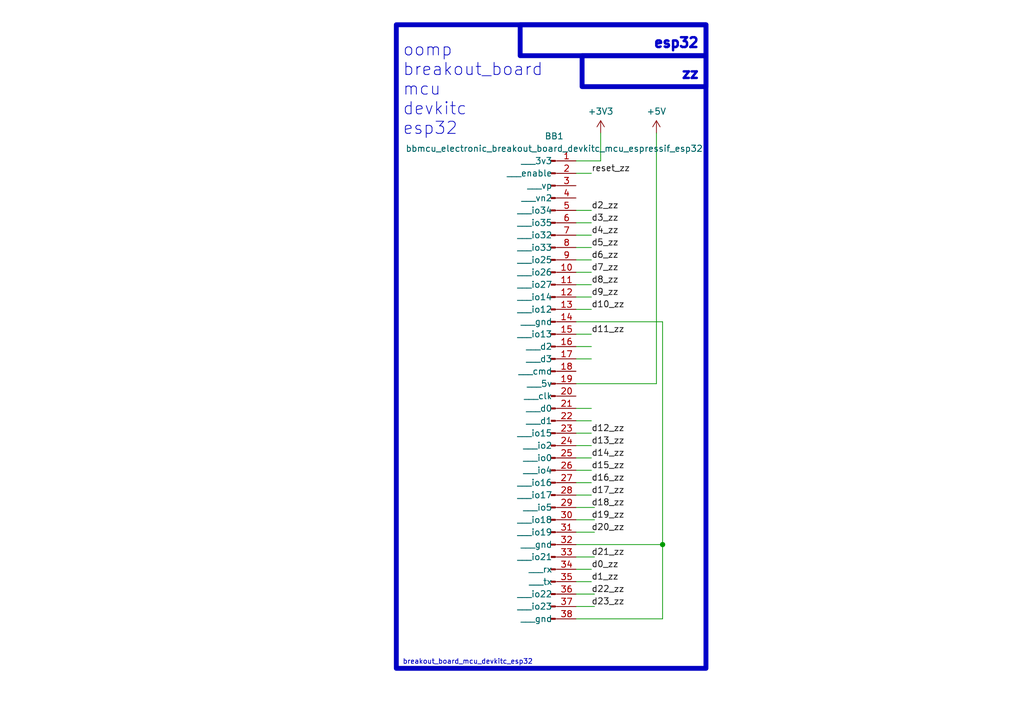
<source format=kicad_sch>
(kicad_sch (version 20230121) (generator eeschema)
  (paper "A5")
  (lib_symbols
    (symbol "oomlout_oomp_part_symbols:bbmcu_electronic_breakout_board_devkitc_mcu_espressif_esp32" (pin_names (offset 1.016))
      (property "Reference" "BB" (at 0 48.26 0))
      (property "Value" "bbmcu_electronic_breakout_board_devkitc_mcu_espressif_esp32" (at 0 -50.8 0))
      (symbol "bbmcu_electronic_breakout_board_devkitc_mcu_espressif_esp32_1_1"
        (polyline (pts (xy 1.27 -48.26) (xy 0.8636 -48.26)) (stroke (width 0.1524)))
        (polyline (pts (xy 1.27 -45.72) (xy 0.8636 -45.72)) (stroke (width 0.1524)))
        (polyline (pts (xy 1.27 -43.18) (xy 0.8636 -43.18)) (stroke (width 0.1524)))
        (polyline (pts (xy 1.27 -40.64) (xy 0.8636 -40.64)) (stroke (width 0.1524)))
        (polyline (pts (xy 1.27 -38.1) (xy 0.8636 -38.1)) (stroke (width 0.1524)))
        (polyline (pts (xy 1.27 -35.56) (xy 0.8636 -35.56)) (stroke (width 0.1524)))
        (polyline (pts (xy 1.27 -33.02) (xy 0.8636 -33.02)) (stroke (width 0.1524)))
        (polyline (pts (xy 1.27 -30.48) (xy 0.8636 -30.48)) (stroke (width 0.1524)))
        (polyline (pts (xy 1.27 -27.94) (xy 0.8636 -27.94)) (stroke (width 0.1524)))
        (polyline (pts (xy 1.27 -25.4) (xy 0.8636 -25.4)) (stroke (width 0.1524)))
        (polyline (pts (xy 1.27 -22.86) (xy 0.8636 -22.86)) (stroke (width 0.1524)))
        (polyline (pts (xy 1.27 -20.32) (xy 0.8636 -20.32)) (stroke (width 0.1524)))
        (polyline (pts (xy 1.27 -17.78) (xy 0.8636 -17.78)) (stroke (width 0.1524)))
        (polyline (pts (xy 1.27 -15.24) (xy 0.8636 -15.24)) (stroke (width 0.1524)))
        (polyline (pts (xy 1.27 -12.7) (xy 0.8636 -12.7)) (stroke (width 0.1524)))
        (polyline (pts (xy 1.27 -10.16) (xy 0.8636 -10.16)) (stroke (width 0.1524)))
        (polyline (pts (xy 1.27 -7.62) (xy 0.8636 -7.62)) (stroke (width 0.1524)))
        (polyline (pts (xy 1.27 -5.08) (xy 0.8636 -5.08)) (stroke (width 0.1524)))
        (polyline (pts (xy 1.27 -2.54) (xy 0.8636 -2.54)) (stroke (width 0.1524)))
        (polyline (pts (xy 1.27 0) (xy 0.8636 0)) (stroke (width 0.1524)))
        (polyline (pts (xy 1.27 2.54) (xy 0.8636 2.54)) (stroke (width 0.1524)))
        (polyline (pts (xy 1.27 5.08) (xy 0.8636 5.08)) (stroke (width 0.1524)))
        (polyline (pts (xy 1.27 7.62) (xy 0.8636 7.62)) (stroke (width 0.1524)))
        (polyline (pts (xy 1.27 10.16) (xy 0.8636 10.16)) (stroke (width 0.1524)))
        (polyline (pts (xy 1.27 12.7) (xy 0.8636 12.7)) (stroke (width 0.1524)))
        (polyline (pts (xy 1.27 15.24) (xy 0.8636 15.24)) (stroke (width 0.1524)))
        (polyline (pts (xy 1.27 17.78) (xy 0.8636 17.78)) (stroke (width 0.1524)))
        (polyline (pts (xy 1.27 20.32) (xy 0.8636 20.32)) (stroke (width 0.1524)))
        (polyline (pts (xy 1.27 22.86) (xy 0.8636 22.86)) (stroke (width 0.1524)))
        (polyline (pts (xy 1.27 25.4) (xy 0.8636 25.4)) (stroke (width 0.1524)))
        (polyline (pts (xy 1.27 27.94) (xy 0.8636 27.94)) (stroke (width 0.1524)))
        (polyline (pts (xy 1.27 30.48) (xy 0.8636 30.48)) (stroke (width 0.1524)))
        (polyline (pts (xy 1.27 33.02) (xy 0.8636 33.02)) (stroke (width 0.1524)))
        (polyline (pts (xy 1.27 35.56) (xy 0.8636 35.56)) (stroke (width 0.1524)))
        (polyline (pts (xy 1.27 38.1) (xy 0.8636 38.1)) (stroke (width 0.1524)))
        (polyline (pts (xy 1.27 40.64) (xy 0.8636 40.64)) (stroke (width 0.1524)))
        (polyline (pts (xy 1.27 43.18) (xy 0.8636 43.18)) (stroke (width 0.1524)))
        (polyline (pts (xy 1.27 45.72) (xy 0.8636 45.72)) (stroke (width 0.1524)))
        (rectangle (start 0.8636 -48.133) (end 0 -48.387) (stroke (width 0.1524)) (fill (type outline)))
        (rectangle (start 0.8636 -45.593) (end 0 -45.847) (stroke (width 0.1524)) (fill (type outline)))
        (rectangle (start 0.8636 -43.053) (end 0 -43.307) (stroke (width 0.1524)) (fill (type outline)))
        (rectangle (start 0.8636 -40.513) (end 0 -40.767) (stroke (width 0.1524)) (fill (type outline)))
        (rectangle (start 0.8636 -37.973) (end 0 -38.227) (stroke (width 0.1524)) (fill (type outline)))
        (rectangle (start 0.8636 -35.433) (end 0 -35.687) (stroke (width 0.1524)) (fill (type outline)))
        (rectangle (start 0.8636 -32.893) (end 0 -33.147) (stroke (width 0.1524)) (fill (type outline)))
        (rectangle (start 0.8636 -30.353) (end 0 -30.607) (stroke (width 0.1524)) (fill (type outline)))
        (rectangle (start 0.8636 -27.813) (end 0 -28.067) (stroke (width 0.1524)) (fill (type outline)))
        (rectangle (start 0.8636 -25.273) (end 0 -25.527) (stroke (width 0.1524)) (fill (type outline)))
        (rectangle (start 0.8636 -22.733) (end 0 -22.987) (stroke (width 0.1524)) (fill (type outline)))
        (rectangle (start 0.8636 -20.193) (end 0 -20.447) (stroke (width 0.1524)) (fill (type outline)))
        (rectangle (start 0.8636 -17.653) (end 0 -17.907) (stroke (width 0.1524)) (fill (type outline)))
        (rectangle (start 0.8636 -15.113) (end 0 -15.367) (stroke (width 0.1524)) (fill (type outline)))
        (rectangle (start 0.8636 -12.573) (end 0 -12.827) (stroke (width 0.1524)) (fill (type outline)))
        (rectangle (start 0.8636 -10.033) (end 0 -10.287) (stroke (width 0.1524)) (fill (type outline)))
        (rectangle (start 0.8636 -7.493) (end 0 -7.747) (stroke (width 0.1524)) (fill (type outline)))
        (rectangle (start 0.8636 -4.953) (end 0 -5.207) (stroke (width 0.1524)) (fill (type outline)))
        (rectangle (start 0.8636 -2.413) (end 0 -2.667) (stroke (width 0.1524)) (fill (type outline)))
        (rectangle (start 0.8636 0.127) (end 0 -0.127) (stroke (width 0.1524)) (fill (type outline)))
        (rectangle (start 0.8636 2.667) (end 0 2.413) (stroke (width 0.1524)) (fill (type outline)))
        (rectangle (start 0.8636 5.207) (end 0 4.953) (stroke (width 0.1524)) (fill (type outline)))
        (rectangle (start 0.8636 7.747) (end 0 7.493) (stroke (width 0.1524)) (fill (type outline)))
        (rectangle (start 0.8636 10.287) (end 0 10.033) (stroke (width 0.1524)) (fill (type outline)))
        (rectangle (start 0.8636 12.827) (end 0 12.573) (stroke (width 0.1524)) (fill (type outline)))
        (rectangle (start 0.8636 15.367) (end 0 15.113) (stroke (width 0.1524)) (fill (type outline)))
        (rectangle (start 0.8636 17.907) (end 0 17.653) (stroke (width 0.1524)) (fill (type outline)))
        (rectangle (start 0.8636 20.447) (end 0 20.193) (stroke (width 0.1524)) (fill (type outline)))
        (rectangle (start 0.8636 22.987) (end 0 22.733) (stroke (width 0.1524)) (fill (type outline)))
        (rectangle (start 0.8636 25.527) (end 0 25.273) (stroke (width 0.1524)) (fill (type outline)))
        (rectangle (start 0.8636 28.067) (end 0 27.813) (stroke (width 0.1524)) (fill (type outline)))
        (rectangle (start 0.8636 30.607) (end 0 30.353) (stroke (width 0.1524)) (fill (type outline)))
        (rectangle (start 0.8636 33.147) (end 0 32.893) (stroke (width 0.1524)) (fill (type outline)))
        (rectangle (start 0.8636 35.687) (end 0 35.433) (stroke (width 0.1524)) (fill (type outline)))
        (rectangle (start 0.8636 38.227) (end 0 37.973) (stroke (width 0.1524)) (fill (type outline)))
        (rectangle (start 0.8636 40.767) (end 0 40.513) (stroke (width 0.1524)) (fill (type outline)))
        (rectangle (start 0.8636 43.307) (end 0 43.053) (stroke (width 0.1524)) (fill (type outline)))
        (rectangle (start 0.8636 45.847) (end 0 45.593) (stroke (width 0.1524)) (fill (type outline)))
        (pin passive line (at 5.08 45.72 180) (length 3.81) (name "___3v3") (number "1"))
        (pin passive line (at 5.08 22.86 180) (length 3.81) (name "___io26") (number "10"))
        (pin passive line (at 5.08 20.32 180) (length 3.81) (name "___io27") (number "11"))
        (pin passive line (at 5.08 17.78 180) (length 3.81) (name "___io14") (number "12"))
        (pin passive line (at 5.08 15.24 180) (length 3.81) (name "___io12") (number "13"))
        (pin passive line (at 5.08 12.7 180) (length 3.81) (name "___gnd") (number "14"))
        (pin passive line (at 5.08 10.16 180) (length 3.81) (name "___io13") (number "15"))
        (pin passive line (at 5.08 7.62 180) (length 3.81) (name "___d2") (number "16"))
        (pin passive line (at 5.08 5.08 180) (length 3.81) (name "___d3") (number "17"))
        (pin passive line (at 5.08 2.54 180) (length 3.81) (name "___cmd") (number "18"))
        (pin passive line (at 5.08 0 180) (length 3.81) (name "___5v") (number "19"))
        (pin passive line (at 5.08 43.18 180) (length 3.81) (name "___enable") (number "2"))
        (pin passive line (at 5.08 -2.54 180) (length 3.81) (name "___clk") (number "20"))
        (pin passive line (at 5.08 -5.08 180) (length 3.81) (name "___d0") (number "21"))
        (pin passive line (at 5.08 -7.62 180) (length 3.81) (name "___d1") (number "22"))
        (pin passive line (at 5.08 -10.16 180) (length 3.81) (name "___io15") (number "23"))
        (pin passive line (at 5.08 -12.7 180) (length 3.81) (name "___io2") (number "24"))
        (pin passive line (at 5.08 -15.24 180) (length 3.81) (name "___io0") (number "25"))
        (pin passive line (at 5.08 -17.78 180) (length 3.81) (name "___io4") (number "26"))
        (pin passive line (at 5.08 -20.32 180) (length 3.81) (name "___io16") (number "27"))
        (pin passive line (at 5.08 -22.86 180) (length 3.81) (name "___io17") (number "28"))
        (pin passive line (at 5.08 -25.4 180) (length 3.81) (name "___io5") (number "29"))
        (pin passive line (at 5.08 40.64 180) (length 3.81) (name "___vp") (number "3"))
        (pin passive line (at 5.08 -27.94 180) (length 3.81) (name "___io18") (number "30"))
        (pin passive line (at 5.08 -30.48 180) (length 3.81) (name "___io19") (number "31"))
        (pin passive line (at 5.08 -33.02 180) (length 3.81) (name "___gnd") (number "32"))
        (pin passive line (at 5.08 -35.56 180) (length 3.81) (name "___io21") (number "33"))
        (pin passive line (at 5.08 -38.1 180) (length 3.81) (name "___rx") (number "34"))
        (pin passive line (at 5.08 -40.64 180) (length 3.81) (name "___tx") (number "35"))
        (pin passive line (at 5.08 -43.18 180) (length 3.81) (name "___io22") (number "36"))
        (pin passive line (at 5.08 -45.72 180) (length 3.81) (name "___io23") (number "37"))
        (pin passive line (at 5.08 -48.26 180) (length 3.81) (name "___gnd") (number "38"))
        (pin passive line (at 5.08 38.1 180) (length 3.81) (name "___vn2") (number "4"))
        (pin passive line (at 5.08 35.56 180) (length 3.81) (name "___io34") (number "5"))
        (pin passive line (at 5.08 33.02 180) (length 3.81) (name "___io35") (number "6"))
        (pin passive line (at 5.08 30.48 180) (length 3.81) (name "___io32") (number "7"))
        (pin passive line (at 5.08 27.94 180) (length 3.81) (name "___io33") (number "8"))
        (pin passive line (at 5.08 25.4 180) (length 3.81) (name "___io25") (number "9"))
      )
    )
    (symbol "power:+3V3" (power) (pin_names (offset 0))
      (property "Value" "+3V3" (at 0 3.556 0))
      (symbol "+3V3_0_1"
        (polyline (pts (xy -0.762 1.27) (xy 0 2.54)))
        (polyline (pts (xy 0 0) (xy 0 2.54)))
        (polyline (pts (xy 0 2.54) (xy 0.762 1.27)))
      )
      (symbol "+3V3_1_1"
        (pin power_in line (at 0 0 90) (length 0) hide (name "+3V3") (number "1"))
      )
    )
    (symbol "power:+5V" (power) (pin_names (offset 0))
      (property "Value" "+5V" (at 0 3.556 0))
      (symbol "+5V_0_1"
        (polyline (pts (xy -0.762 1.27) (xy 0 2.54)))
        (polyline (pts (xy 0 0) (xy 0 2.54)))
        (polyline (pts (xy 0 2.54) (xy 0.762 1.27)))
      )
      (symbol "+5V_1_1"
        (pin power_in line (at 0 0 90) (length 0) hide (name "+5V") (number "1"))
      )
    )
  )
  (junction (at 135.89 111.76))
  (wire (pts (xy 135.89 111.76) (xy 135.89 127)))
  (wire (pts (xy 118.11 101.6) (xy 121.285 101.6)))
  (wire (pts (xy 118.11 43.18) (xy 121.285 43.18)))
  (wire (pts (xy 118.11 91.44) (xy 121.285 91.44)))
  (wire (pts (xy 118.11 68.58) (xy 121.285 68.58)))
  (wire (pts (xy 118.11 35.56) (xy 121.285 35.56)))
  (wire (pts (xy 118.11 111.76) (xy 135.89 111.76)))
  (wire (pts (xy 134.62 27.305) (xy 134.62 78.74)))
  (wire (pts (xy 118.11 73.66) (xy 121.285 73.66)))
  (wire (pts (xy 118.11 121.92) (xy 121.92 121.92)))
  (wire (pts (xy 118.11 71.12) (xy 121.285 71.12)))
  (wire (pts (xy 118.11 109.22) (xy 121.92 109.22)))
  (wire (pts (xy 118.11 104.14) (xy 121.92 104.14)))
  (wire (pts (xy 118.11 66.04) (xy 135.89 66.04)))
  (wire (pts (xy 135.89 127) (xy 118.11 127)))
  (wire (pts (xy 118.11 106.68) (xy 121.92 106.68)))
  (wire (pts (xy 118.11 88.9) (xy 121.285 88.9)))
  (wire (pts (xy 118.11 99.06) (xy 121.285 99.06)))
  (wire (pts (xy 118.11 53.34) (xy 121.285 53.34)))
  (wire (pts (xy 118.11 55.88) (xy 121.285 55.88)))
  (wire (pts (xy 118.11 93.98) (xy 121.285 93.98)))
  (wire (pts (xy 118.11 119.38) (xy 121.285 119.38)))
  (wire (pts (xy 123.19 33.02) (xy 118.11 33.02)))
  (wire (pts (xy 118.11 63.5) (xy 121.285 63.5)))
  (wire (pts (xy 118.11 96.52) (xy 121.285 96.52)))
  (wire (pts (xy 118.11 83.82) (xy 121.285 83.82)))
  (wire (pts (xy 135.89 66.04) (xy 135.89 111.76)))
  (wire (pts (xy 118.11 116.84) (xy 121.285 116.84)))
  (wire (pts (xy 134.62 78.74) (xy 118.11 78.74)))
  (wire (pts (xy 118.11 45.72) (xy 121.285 45.72)))
  (wire (pts (xy 123.19 27.305) (xy 123.19 33.02)))
  (wire (pts (xy 118.11 50.8) (xy 121.285 50.8)))
  (wire (pts (xy 118.11 60.96) (xy 121.285 60.96)))
  (wire (pts (xy 118.11 124.46) (xy 121.92 124.46)))
  (wire (pts (xy 118.11 114.3) (xy 121.92 114.3)))
  (wire (pts (xy 118.11 58.42) (xy 121.285 58.42)))
  (wire (pts (xy 118.11 48.26) (xy 121.285 48.26)))
  (wire (pts (xy 118.11 86.36) (xy 121.285 86.36)))
  (rectangle (start 119.38 11.43) (end 144.78 17.78) (stroke (width 1)))
  (rectangle (start 106.68 5.08) (end 144.78 11.43) (stroke (width 1)))
  (rectangle (start 81.28 5.08) (end 144.78 137.16) (stroke (width 1)))
  (text "oomp\nbreakout_board\nmcu\ndevkitc\nesp32" (at 82.55 27.94 0) (effects (font (size 2.5 2.5)) (justify left bottom)))
  (text "breakout_board_mcu_devkitc_esp32" (at 82.55 136.525 0) (effects (font (size 1 1)) (justify left bottom)))
  (text "esp32\n" (at 143.51 10.16 0) (effects (font (size 2 2) (thickness 0.8) bold) (justify right bottom)))
  (text "zz" (at 143.51 16.51 0) (effects (font (size 2 2) (thickness 0.8) bold) (justify right bottom)))
  (label "d4_zz" (at 121.285 48.26 0))
  (label "d10_zz" (at 121.285 63.5 0))
  (label "d2_zz" (at 121.285 43.18 0))
  (label "d0_zz" (at 121.285 116.84 0))
  (label "d13_zz" (at 121.285 91.44 0))
  (label "d15_zz" (at 121.285 96.52 0))
  (label "d9_zz" (at 121.285 60.96 0))
  (label "d17_zz" (at 121.285 101.6 0))
  (label "d7_zz" (at 121.285 55.88 0))
  (label "d1_zz" (at 121.285 119.38 0))
  (label "d11_zz" (at 121.285 68.58 0))
  (label "d21_zz" (at 121.285 114.3 0))
  (label "d22_zz" (at 121.285 121.92 0))
  (label "d20_zz" (at 121.285 109.22 0))
  (label "d18_zz" (at 121.285 104.14 0))
  (label "d23_zz" (at 121.285 124.46 0))
  (label "d12_zz" (at 121.285 88.9 0))
  (label "reset_zz" (at 121.285 35.56 0))
  (label "d19_zz" (at 121.285 106.68 0))
  (label "d5_zz" (at 121.285 50.8 0))
  (label "d3_zz" (at 121.285 45.72 0))
  (label "d14_zz" (at 121.285 93.98 0))
  (label "d6_zz" (at 121.285 53.34 0))
  (label "d16_zz" (at 121.285 99.06 0))
  (label "d8_zz" (at 121.285 58.42 0))
  (symbol (lib_id "power:+5V") (at 134.62 27.305 0) (unit 1)
    (property "Reference" "#PWR02" (effects hide))
    (property "Value" "+5V" (at 134.62 22.86 0))
  )
  (symbol (lib_id "power:+3V3") (at 123.19 27.305 0) (unit 1)
    (property "Reference" "#PWR01" (effects hide))
    (property "Value" "+3V3" (at 123.19 22.86 0))
  )
  (symbol (lib_id "oomlout_oomp_part_symbols:bbmcu_electronic_breakout_board_devkitc_mcu_espressif_esp32") (at 113.03 78.74 0) (unit 1)
    (property "Reference" "BB1" (at 113.665 27.94 0))
    (property "Value" "bbmcu_electronic_breakout_board_devkitc_mcu_espressif_esp32" (at 113.665 30.48 0))
    (property "Footprint" "oomlout_oomp_part_footprints:bbmcu_electronic_breakout_board_devkitc_mcu_espressif_esp32" (effects hide))
    (property "Datasheet" "https://github.com/oomlout/oomlout_oomp_v3/parts/electronic_breakout_board_devkitc_mcu_espressif_esp32/datasheet.pdf" (effects hide))
  )
)
</source>
